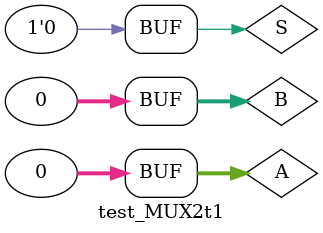
<source format=v>
`timescale 1ns / 1ps


module test_MUX2t1;

	// Inputs
	reg [31:0] A;
	reg [31:0] B;
	reg S;

	// Outputs
	wire [31:0] C;

	// Instantiate the Unit Under Test (UUT)
	MUX2T1_32 uut (
		.A(A), 
		.B(B), 
		.S(S), 
		.C(C)
	);

	initial begin
		// Initialize Inputs
		A = 0;
		B = 0;
		S = 0;

		// Wait 100 ns for global reset to finish
		#100;
        
		// Add stimulus here

	end
      
endmodule


</source>
